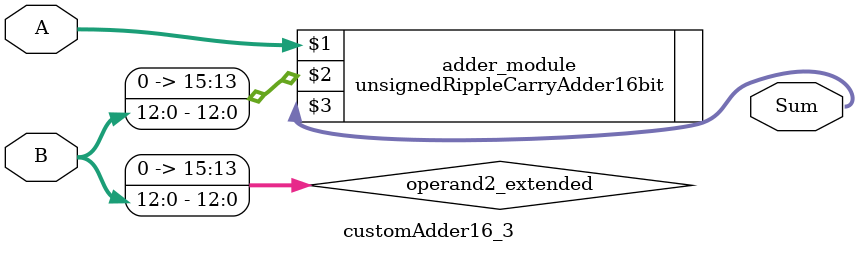
<source format=v>

module customAdder16_3(
                    input [15 : 0] A,
                    input [12 : 0] B,
                    
                    output [16 : 0] Sum
            );

    wire [15 : 0] operand2_extended;
    
    assign operand2_extended =  {3'b0, B};
    
    unsignedRippleCarryAdder16bit adder_module(
        A,
        operand2_extended,
        Sum
    );
    
endmodule
        
</source>
